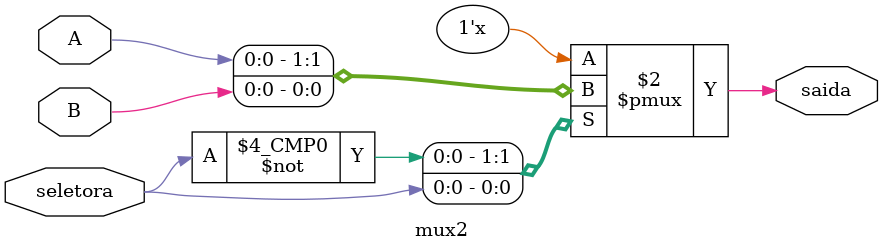
<source format=v>
module mux2(A, B, seletora, saida);

input A, B;
input seletora;
output reg saida;

always@(*) begin
case(seletora)		//analisa a seletora
1'b0: saida = A;	//se for 00 saída é A
1'b1: saida = B;	//se for 01 saida é B
endcase
end
endmodule

</source>
